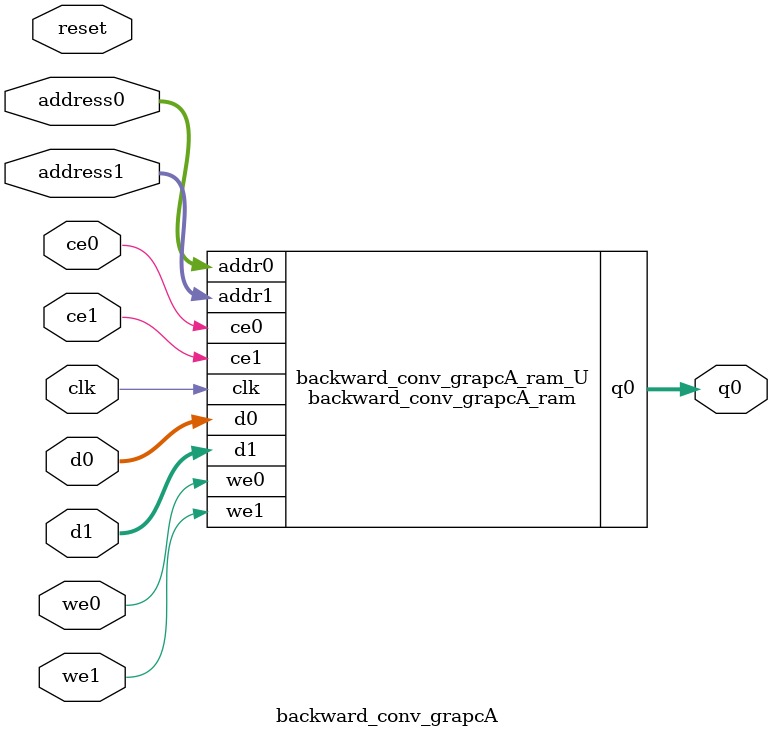
<source format=v>
`timescale 1 ns / 1 ps
module backward_conv_grapcA_ram (addr0, ce0, d0, we0, q0, addr1, ce1, d1, we1,  clk);

parameter DWIDTH = 32;
parameter AWIDTH = 8;
parameter MEM_SIZE = 256;

input[AWIDTH-1:0] addr0;
input ce0;
input[DWIDTH-1:0] d0;
input we0;
output reg[DWIDTH-1:0] q0;
input[AWIDTH-1:0] addr1;
input ce1;
input[DWIDTH-1:0] d1;
input we1;
input clk;

(* ram_style = "block" *)reg [DWIDTH-1:0] ram[0:MEM_SIZE-1];




always @(posedge clk)  
begin 
    if (ce0) 
    begin
        if (we0) 
        begin 
            ram[addr0] <= d0; 
        end 
        q0 <= ram[addr0];
    end
end


always @(posedge clk)  
begin 
    if (ce1) 
    begin
        if (we1) 
        begin 
            ram[addr1] <= d1; 
        end 
    end
end


endmodule

`timescale 1 ns / 1 ps
module backward_conv_grapcA(
    reset,
    clk,
    address0,
    ce0,
    we0,
    d0,
    q0,
    address1,
    ce1,
    we1,
    d1);

parameter DataWidth = 32'd32;
parameter AddressRange = 32'd256;
parameter AddressWidth = 32'd8;
input reset;
input clk;
input[AddressWidth - 1:0] address0;
input ce0;
input we0;
input[DataWidth - 1:0] d0;
output[DataWidth - 1:0] q0;
input[AddressWidth - 1:0] address1;
input ce1;
input we1;
input[DataWidth - 1:0] d1;



backward_conv_grapcA_ram backward_conv_grapcA_ram_U(
    .clk( clk ),
    .addr0( address0 ),
    .ce0( ce0 ),
    .we0( we0 ),
    .d0( d0 ),
    .q0( q0 ),
    .addr1( address1 ),
    .ce1( ce1 ),
    .we1( we1 ),
    .d1( d1 ));

endmodule


</source>
